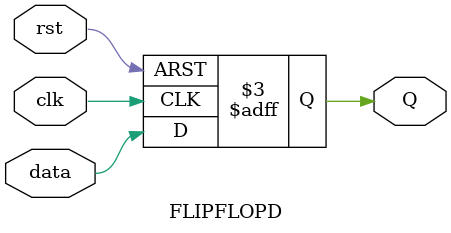
<source format=v>
module FLIPFLOPD(data,clk,rst,Q);
input data,clk,rst;
output reg Q;

//ASIGNACIONES
always@(posedge clk or negedge rst)
	if(~rst)
		Q=0;
	else	
		Q=data;
endmodule


</source>
